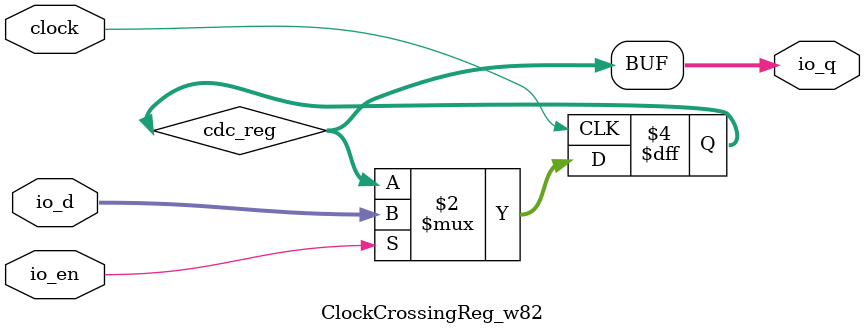
<source format=sv>
`ifndef RANDOMIZE
  `ifdef RANDOMIZE_REG_INIT
    `define RANDOMIZE
  `endif // RANDOMIZE_REG_INIT
`endif // not def RANDOMIZE
`ifndef RANDOMIZE
  `ifdef RANDOMIZE_MEM_INIT
    `define RANDOMIZE
  `endif // RANDOMIZE_MEM_INIT
`endif // not def RANDOMIZE

`ifndef RANDOM
  `define RANDOM $random
`endif // not def RANDOM

// Users can define 'PRINTF_COND' to add an extra gate to prints.
`ifndef PRINTF_COND_
  `ifdef PRINTF_COND
    `define PRINTF_COND_ (`PRINTF_COND)
  `else  // PRINTF_COND
    `define PRINTF_COND_ 1
  `endif // PRINTF_COND
`endif // not def PRINTF_COND_

// Users can define 'ASSERT_VERBOSE_COND' to add an extra gate to assert error printing.
`ifndef ASSERT_VERBOSE_COND_
  `ifdef ASSERT_VERBOSE_COND
    `define ASSERT_VERBOSE_COND_ (`ASSERT_VERBOSE_COND)
  `else  // ASSERT_VERBOSE_COND
    `define ASSERT_VERBOSE_COND_ 1
  `endif // ASSERT_VERBOSE_COND
`endif // not def ASSERT_VERBOSE_COND_

// Users can define 'STOP_COND' to add an extra gate to stop conditions.
`ifndef STOP_COND_
  `ifdef STOP_COND
    `define STOP_COND_ (`STOP_COND)
  `else  // STOP_COND
    `define STOP_COND_ 1
  `endif // STOP_COND
`endif // not def STOP_COND_

// Users can define INIT_RANDOM as general code that gets injected into the
// initializer block for modules with registers.
`ifndef INIT_RANDOM
  `define INIT_RANDOM
`endif // not def INIT_RANDOM

// If using random initialization, you can also define RANDOMIZE_DELAY to
// customize the delay used, otherwise 0.002 is used.
`ifndef RANDOMIZE_DELAY
  `define RANDOMIZE_DELAY 0.002
`endif // not def RANDOMIZE_DELAY

// Define INIT_RANDOM_PROLOG_ for use in our modules below.
`ifndef INIT_RANDOM_PROLOG_
  `ifdef RANDOMIZE
    `ifdef VERILATOR
      `define INIT_RANDOM_PROLOG_ `INIT_RANDOM
    `else  // VERILATOR
      `define INIT_RANDOM_PROLOG_ `INIT_RANDOM #`RANDOMIZE_DELAY begin end
    `endif // VERILATOR
  `else  // RANDOMIZE
    `define INIT_RANDOM_PROLOG_
  `endif // RANDOMIZE
`endif // not def INIT_RANDOM_PROLOG_

module ClockCrossingReg_w82(
  input         clock,
  input  [81:0] io_d,
  input         io_en,
  output [81:0] io_q
);

  reg [81:0] cdc_reg;	// @[Reg.scala:19:16]
  always @(posedge clock) begin
    if (io_en)
      cdc_reg <= io_d;	// @[Reg.scala:19:16]
  end // always @(posedge)
  `ifndef SYNTHESIS
    `ifdef FIRRTL_BEFORE_INITIAL
      `FIRRTL_BEFORE_INITIAL
    `endif // FIRRTL_BEFORE_INITIAL
    logic [31:0] _RANDOM_0;
    logic [31:0] _RANDOM_1;
    logic [31:0] _RANDOM_2;
    initial begin
      `ifdef INIT_RANDOM_PROLOG_
        `INIT_RANDOM_PROLOG_
      `endif // INIT_RANDOM_PROLOG_
      `ifdef RANDOMIZE_REG_INIT
        _RANDOM_0 = `RANDOM;
        _RANDOM_1 = `RANDOM;
        _RANDOM_2 = `RANDOM;
        cdc_reg = {_RANDOM_0, _RANDOM_1, _RANDOM_2[17:0]};	// @[Reg.scala:19:16]
      `endif // RANDOMIZE_REG_INIT
    end // initial
    `ifdef FIRRTL_AFTER_INITIAL
      `FIRRTL_AFTER_INITIAL
    `endif // FIRRTL_AFTER_INITIAL
  `endif // not def SYNTHESIS
  assign io_q = cdc_reg;	// @[Reg.scala:19:16]
endmodule


</source>
